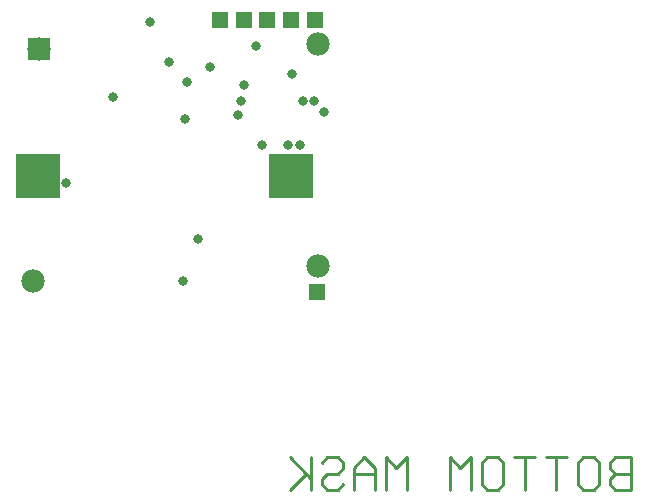
<source format=gbs>
%FSLAX23Y23*%
%MOIN*%
G70*
G01*
G75*
G04 Layer_Color=16711935*
%ADD10O,0.024X0.080*%
%ADD11R,0.020X0.050*%
%ADD12R,0.024X0.024*%
%ADD13R,0.030X0.030*%
%ADD14R,0.030X0.030*%
%ADD15R,0.074X0.045*%
%ADD16R,0.036X0.050*%
%ADD17R,0.036X0.036*%
%ADD18R,0.075X0.043*%
%ADD19O,0.016X0.060*%
%ADD20R,0.024X0.100*%
%ADD21R,0.024X0.090*%
%ADD22R,0.070X0.024*%
%ADD23R,0.090X0.024*%
%ADD24O,0.016X0.060*%
%ADD25R,0.014X0.035*%
%ADD26R,0.025X0.030*%
%ADD27R,0.014X0.035*%
%ADD28C,0.010*%
%ADD29C,0.008*%
%ADD30C,0.012*%
%ADD31C,0.015*%
%ADD32C,0.025*%
%ADD33C,0.016*%
%ADD34C,0.020*%
%ADD35C,0.014*%
%ADD36C,0.006*%
%ADD37R,0.050X0.050*%
%ADD38C,0.070*%
%ADD39R,0.049X0.049*%
%ADD40C,0.024*%
%ADD41R,0.070X0.070*%
%ADD42R,0.140X0.140*%
%ADD43C,0.030*%
%ADD44R,0.273X0.018*%
%ADD45O,0.032X0.088*%
%ADD46R,0.028X0.058*%
%ADD47R,0.032X0.032*%
%ADD48R,0.038X0.038*%
%ADD49R,0.038X0.038*%
%ADD50R,0.082X0.053*%
%ADD51R,0.044X0.058*%
%ADD52R,0.044X0.044*%
%ADD53R,0.083X0.051*%
%ADD54O,0.024X0.068*%
%ADD55R,0.032X0.108*%
%ADD56R,0.032X0.098*%
%ADD57R,0.078X0.032*%
%ADD58R,0.098X0.032*%
%ADD59O,0.024X0.068*%
%ADD60R,0.022X0.043*%
%ADD61R,0.033X0.038*%
%ADD62R,0.022X0.043*%
%ADD63R,0.058X0.058*%
%ADD64C,0.078*%
%ADD65R,0.057X0.057*%
%ADD66C,0.032*%
%ADD67R,0.078X0.078*%
%ADD68R,0.148X0.148*%
D28*
X2070Y-87D02*
Y-194D01*
X2017D01*
X1999Y-176D01*
Y-158D01*
X2017Y-141D01*
X2070D01*
X2017D01*
X1999Y-123D01*
Y-105D01*
X2017Y-87D01*
X2070D01*
X1910D02*
X1946D01*
X1963Y-105D01*
Y-176D01*
X1946Y-194D01*
X1910D01*
X1892Y-176D01*
Y-105D01*
X1910Y-87D01*
X1857D02*
X1786D01*
X1821D01*
Y-194D01*
X1750Y-87D02*
X1679D01*
X1715D01*
Y-194D01*
X1590Y-87D02*
X1626D01*
X1643Y-105D01*
Y-176D01*
X1626Y-194D01*
X1590D01*
X1572Y-176D01*
Y-105D01*
X1590Y-87D01*
X1537Y-194D02*
Y-87D01*
X1501Y-123D01*
X1466Y-87D01*
Y-194D01*
X1324D02*
Y-87D01*
X1288Y-123D01*
X1252Y-87D01*
Y-194D01*
X1217D02*
Y-123D01*
X1181Y-87D01*
X1146Y-123D01*
Y-194D01*
Y-141D01*
X1217D01*
X1039Y-105D02*
X1057Y-87D01*
X1093D01*
X1110Y-105D01*
Y-123D01*
X1093Y-141D01*
X1057D01*
X1039Y-158D01*
Y-176D01*
X1057Y-194D01*
X1093D01*
X1110Y-176D01*
X1004Y-87D02*
Y-194D01*
Y-158D01*
X933Y-87D01*
X986Y-141D01*
X933Y-194D01*
D63*
X1024Y465D02*
D03*
D64*
X1026Y550D02*
D03*
X76Y501D02*
D03*
X98Y1275D02*
D03*
X1025Y1290D02*
D03*
D65*
X1015Y1370D02*
D03*
X936D02*
D03*
X857D02*
D03*
X779D02*
D03*
X700D02*
D03*
D66*
X186Y828D02*
D03*
X342Y1114D02*
D03*
X576Y502D02*
D03*
X467Y1364D02*
D03*
X583Y1042D02*
D03*
X925Y955D02*
D03*
X840D02*
D03*
X965D02*
D03*
X760Y1055D02*
D03*
X770Y1100D02*
D03*
X590Y1165D02*
D03*
X819Y1286D02*
D03*
X1045Y1065D02*
D03*
X530Y1230D02*
D03*
X1013Y1100D02*
D03*
X780Y1155D02*
D03*
X975Y1100D02*
D03*
X628Y640D02*
D03*
X665Y1215D02*
D03*
X940Y1190D02*
D03*
D67*
X98Y1275D02*
D03*
D68*
X938Y850D02*
D03*
X92D02*
D03*
M02*

</source>
